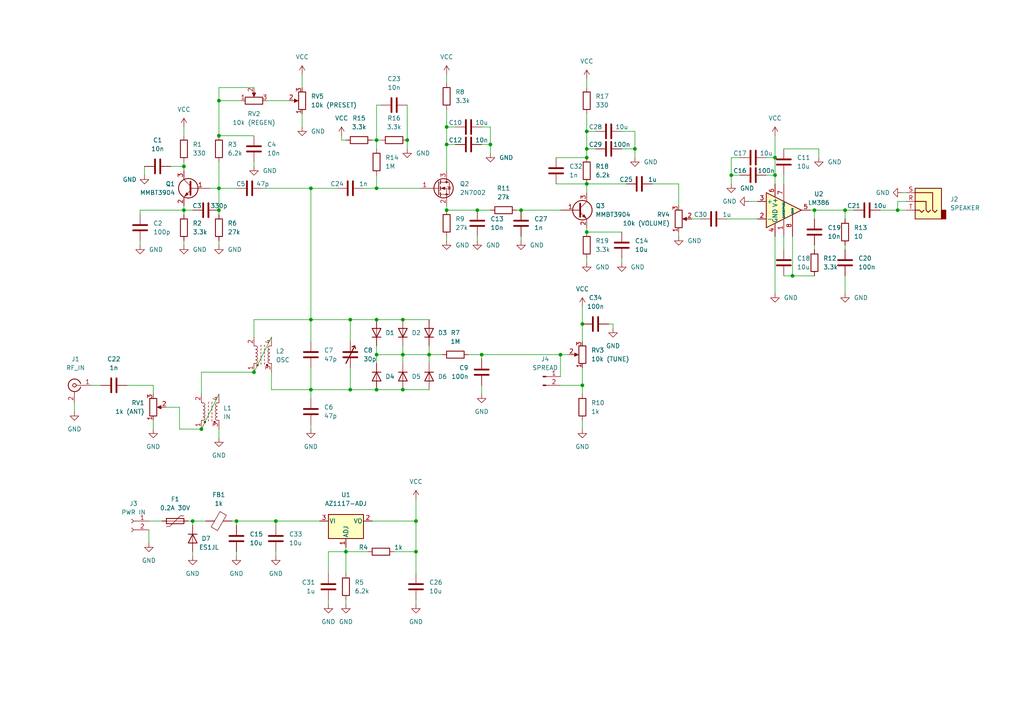
<source format=kicad_sch>
(kicad_sch (version 20211123) (generator eeschema)
  (paper "A4")
  (title_block (title "WBR Receiver") (date "2022-01-04"))
  (lib_symbols
    (symbol "Amplifier_Audio:LM386" (pin_names (offset 0.127))
      (property "Reference" "U" (at 1.27 7.62 0))
      (property "Value" "LM386" (at 1.27 5.08 0))
      (symbol "LM386_0_1"
        (polyline (pts (xy 5.08 0) (xy -5.08 5.08) (xy -5.08 -5.08) (xy 5.08 0)) (stroke (width 0.254)) (fill (type background)))
      )
      (symbol "LM386_1_1"
        (pin input line (at 0 -7.62 90) (length 5.08) (name "GAIN") (number "1"))
        (pin input line (at -7.62 -2.54 0) (length 2.54) (name "-") (number "2"))
        (pin input line (at -7.62 2.54 0) (length 2.54) (name "+") (number "3"))
        (pin power_in line (at -2.54 -7.62 90) (length 3.81) (name "GND") (number "4"))
        (pin output line (at 7.62 0 180) (length 2.54) (name "~") (number "5"))
        (pin power_in line (at -2.54 7.62 270) (length 3.81) (name "V+") (number "6"))
        (pin input line (at 0 7.62 270) (length 5.08) (name "BYPASS") (number "7"))
        (pin input line (at 2.54 -7.62 90) (length 6.35) (name "GAIN") (number "8"))
      )
    )
    (symbol "Connector:AudioJack3"
      (property "Reference" "J" (at 0 8.89 0))
      (property "Value" "AudioJack3" (at 0 6.35 0))
      (symbol "AudioJack3_0_1"
        (rectangle (start -5.08 -5.08) (end -6.35 -2.54) (stroke (width 0.254)) (fill (type outline)))
        (polyline (pts (xy 0 -2.54) (xy 0.635 -3.175) (xy 1.27 -2.54) (xy 2.54 -2.54)) (stroke (width 0.254)))
        (polyline (pts (xy -1.905 -2.54) (xy -1.27 -3.175) (xy -0.635 -2.54) (xy -0.635 0) (xy 2.54 0)) (stroke (width 0.254)))
        (polyline (pts (xy 2.54 2.54) (xy -2.54 2.54) (xy -2.54 -2.54) (xy -3.175 -3.175) (xy -3.81 -2.54)) (stroke (width 0.254)))
        (rectangle (start 2.54 3.81) (end -5.08 -5.08) (stroke (width 0.254)) (fill (type background)))
      )
      (symbol "AudioJack3_1_1"
        (pin passive line (at 5.08 0 180) (length 2.54) (name "~") (number "R"))
        (pin passive line (at 5.08 2.54 180) (length 2.54) (name "~") (number "S"))
        (pin passive line (at 5.08 -2.54 180) (length 2.54) (name "~") (number "T"))
      )
    )
    (symbol "Connector:Conn_01x02_Female" (pin_names (offset 1.016) hide)
      (property "Reference" "J" (at 0 2.54 0))
      (property "Value" "Conn_01x02_Female" (at 0 -5.08 0))
      (symbol "Conn_01x02_Female_1_1"
        (arc (start 0 -2.032) (mid -0.508 -2.54) (end 0 -3.048) (stroke (width 0.1524)))
        (polyline (pts (xy -1.27 -2.54) (xy -0.508 -2.54)) (stroke (width 0.1524)))
        (polyline (pts (xy -1.27 0) (xy -0.508 0)) (stroke (width 0.1524)))
        (arc (start 0 0.508) (mid -0.508 0) (end 0 -0.508) (stroke (width 0.1524)))
        (pin passive line (at -5.08 0 0) (length 3.81) (name "Pin_1") (number "1"))
        (pin passive line (at -5.08 -2.54 0) (length 3.81) (name "Pin_2") (number "2"))
      )
    )
    (symbol "Connector:Conn_01x02_Male" (pin_names (offset 1.016) hide)
      (property "Reference" "J" (at 0 2.54 0))
      (property "Value" "Conn_01x02_Male" (at 0 -5.08 0))
      (symbol "Conn_01x02_Male_1_1"
        (polyline (pts (xy 1.27 -2.54) (xy 0.8636 -2.54)) (stroke (width 0.1524)))
        (polyline (pts (xy 1.27 0) (xy 0.8636 0)) (stroke (width 0.1524)))
        (rectangle (start 0.8636 -2.413) (end 0 -2.667) (stroke (width 0.1524)) (fill (type outline)))
        (rectangle (start 0.8636 0.127) (end 0 -0.127) (stroke (width 0.1524)) (fill (type outline)))
        (pin passive line (at 5.08 0 180) (length 3.81) (name "Pin_1") (number "1"))
        (pin passive line (at 5.08 -2.54 180) (length 3.81) (name "Pin_2") (number "2"))
      )
    )
    (symbol "Connector:Conn_Coaxial" (pin_names (offset 1.016) hide)
      (property "Reference" "J" (at 0.254 3.048 0))
      (property "Value" "Conn_Coaxial" (at 2.921 0 90))
      (symbol "Conn_Coaxial_0_1"
        (arc (start -1.778 -0.508) (mid 0.222 -1.808) (end 1.778 0) (stroke (width 0.254)))
        (polyline (pts (xy -2.54 0) (xy -0.508 0)))
        (polyline (pts (xy 0 -2.54) (xy 0 -1.778)))
        (circle (center 0 0) (radius 0.508) (stroke (width 0.2032)))
        (arc (start 1.778 0) (mid 0.222 1.8083) (end -1.778 0.508) (stroke (width 0.254)))
      )
      (symbol "Conn_Coaxial_1_1"
        (pin passive line (at -5.08 0 0) (length 2.54) (name "In") (number "1"))
        (pin passive line (at 0 -5.08 90) (length 2.54) (name "Ext") (number "2"))
      )
    )
    (symbol "Device:C" (pin_numbers hide) (pin_names (offset 0.254))
      (property "Reference" "C" (at 0.635 2.54 0))
      (property "Value" "C" (at 0.635 -2.54 0))
      (symbol "C_0_1"
        (polyline (pts (xy -2.032 -0.762) (xy 2.032 -0.762)) (stroke (width 0.508)))
        (polyline (pts (xy -2.032 0.762) (xy 2.032 0.762)) (stroke (width 0.508)))
      )
      (symbol "C_1_1"
        (pin passive line (at 0 3.81 270) (length 2.794) (name "~") (number "1"))
        (pin passive line (at 0 -3.81 90) (length 2.794) (name "~") (number "2"))
      )
    )
    (symbol "Device:C_Variable" (pin_numbers hide) (pin_names (offset 0.254) hide)
      (property "Reference" "C" (at 0.635 -1.905 0))
      (property "Value" "C_Variable" (at 0.635 -3.81 0))
      (symbol "C_Variable_0_1"
        (polyline (pts (xy -2.032 -0.762) (xy 2.032 -0.762)) (stroke (width 0.508)))
        (polyline (pts (xy -2.032 0.762) (xy 2.032 0.762)) (stroke (width 0.508)))
        (polyline (pts (xy 1.27 2.54) (xy -1.27 -2.54)) (stroke (width 0.3048)))
        (polyline (pts (xy 1.27 2.54) (xy 0.508 2.286)) (stroke (width 0.3048)))
        (polyline (pts (xy 1.27 2.54) (xy 1.524 1.778)) (stroke (width 0.3048)))
      )
      (symbol "C_Variable_1_1"
        (pin passive line (at 0 3.81 270) (length 3.048) (name "~") (number "1"))
        (pin passive line (at 0 -3.81 90) (length 3.048) (name "~") (number "2"))
      )
    )
    (symbol "Device:FerriteBead" (pin_numbers hide) (pin_names (offset 0))
      (property "Reference" "FB" (at -3.81 0.635 90))
      (property "Value" "FerriteBead" (at 3.81 0 90))
      (symbol "FerriteBead_0_1"
        (polyline (pts (xy 0 -1.27) (xy 0 -1.2192)))
        (polyline (pts (xy 0 1.27) (xy 0 1.2954)))
        (polyline (pts (xy -2.7686 0.4064) (xy -1.7018 2.2606) (xy 2.7686 -0.3048) (xy 1.6764 -2.159) (xy -2.7686 0.4064)))
      )
      (symbol "FerriteBead_1_1"
        (pin passive line (at 0 3.81 270) (length 2.54) (name "~") (number "1"))
        (pin passive line (at 0 -3.81 90) (length 2.54) (name "~") (number "2"))
      )
    )
    (symbol "Device:L_Ferrite_Coupled" (pin_names (offset 0.254) hide)
      (property "Reference" "L" (at 0 4.445 0))
      (property "Value" "L_Ferrite_Coupled" (at 0 -4.445 0))
      (symbol "L_Ferrite_Coupled_0_1"
        (circle (center -3.048 -1.27) (radius 0.254) (fill (type outline)))
        (circle (center -3.048 1.524) (radius 0.254) (fill (type outline)))
        (arc (start -2.54 2.032) (mid -2.032 1.524) (end -1.524 2.032))
        (arc (start -1.524 -2.032) (mid -2.032 -1.524) (end -2.54 -2.032))
        (arc (start -1.524 2.032) (mid -1.016 1.524) (end -0.508 2.032))
        (arc (start -0.508 -2.032) (mid -1.016 -1.524) (end -1.524 -2.032))
        (arc (start -0.508 2.032) (mid 0 1.524) (end 0.508 2.032))
        (polyline (pts (xy -2.794 -0.508) (xy -2.286 -0.508)))
        (polyline (pts (xy -2.794 0.508) (xy -2.286 0.508)))
        (polyline (pts (xy -2.54 -2.032) (xy -2.54 -2.54)))
        (polyline (pts (xy -2.54 2.032) (xy -2.54 2.54)))
        (polyline (pts (xy -1.778 -0.508) (xy -1.27 -0.508)))
        (polyline (pts (xy -1.778 0.508) (xy -1.27 0.508)))
        (polyline (pts (xy -0.762 -0.508) (xy -0.254 -0.508)))
        (polyline (pts (xy -0.762 0.508) (xy -0.254 0.508)))
        (polyline (pts (xy 0.254 -0.508) (xy 0.762 -0.508)))
        (polyline (pts (xy 0.254 0.508) (xy 0.762 0.508)))
        (polyline (pts (xy 1.27 -0.508) (xy 1.778 -0.508)))
        (polyline (pts (xy 1.27 0.508) (xy 1.778 0.508)))
        (polyline (pts (xy 2.286 -0.508) (xy 2.794 -0.508)))
        (polyline (pts (xy 2.286 0.508) (xy 2.794 0.508)))
        (polyline (pts (xy 2.54 -2.032) (xy 2.54 -2.54)))
        (polyline (pts (xy 2.54 2.54) (xy 2.54 2.032)))
        (arc (start 0.508 -2.032) (mid 0 -1.524) (end -0.508 -2.032))
        (arc (start 0.508 2.032) (mid 1.016 1.524) (end 1.524 2.032))
        (arc (start 1.524 -2.032) (mid 1.016 -1.524) (end 0.508 -2.032))
        (arc (start 1.524 2.032) (mid 2.032 1.524) (end 2.54 2.032))
        (arc (start 2.54 -2.032) (mid 2.032 -1.524) (end 1.524 -2.032))
      )
      (symbol "L_Ferrite_Coupled_1_1"
        (pin passive line (at -5.08 2.54 0) (length 2.54) (name "1") (number "1"))
        (pin passive line (at 5.08 2.54 180) (length 2.54) (name "2") (number "2"))
        (pin passive line (at -5.08 -2.54 0) (length 2.54) (name "3") (number "3"))
        (pin passive line (at 5.08 -2.54 180) (length 2.54) (name "4") (number "4"))
      )
    )
    (symbol "Device:Polyfuse" (pin_numbers hide) (pin_names (offset 0))
      (property "Reference" "F" (at -2.54 0 90))
      (property "Value" "Polyfuse" (at 2.54 0 90))
      (symbol "Polyfuse_0_1"
        (rectangle (start -0.762 2.54) (end 0.762 -2.54) (stroke (width 0.254)))
        (polyline (pts (xy 0 2.54) (xy 0 -2.54)))
        (polyline (pts (xy -1.524 2.54) (xy -1.524 1.524) (xy 1.524 -1.524) (xy 1.524 -2.54)))
      )
      (symbol "Polyfuse_1_1"
        (pin passive line (at 0 3.81 270) (length 1.27) (name "~") (number "1"))
        (pin passive line (at 0 -3.81 90) (length 1.27) (name "~") (number "2"))
      )
    )
    (symbol "Device:R" (pin_numbers hide) (pin_names (offset 0))
      (property "Reference" "R" (at 2.032 0 90))
      (property "Value" "R" (at 0 0 90))
      (symbol "R_0_1"
        (rectangle (start -1.016 -2.54) (end 1.016 2.54) (stroke (width 0.254)))
      )
      (symbol "R_1_1"
        (pin passive line (at 0 3.81 270) (length 1.27) (name "~") (number "1"))
        (pin passive line (at 0 -3.81 90) (length 1.27) (name "~") (number "2"))
      )
    )
    (symbol "Device:R_Potentiometer" (pin_names (offset 1.016) hide)
      (property "Reference" "RV" (at -4.445 0 90))
      (property "Value" "R_Potentiometer" (at -2.54 0 90))
      (symbol "R_Potentiometer_0_1"
        (polyline (pts (xy 2.54 0) (xy 1.524 0)))
        (polyline (pts (xy 1.143 0) (xy 2.286 0.508) (xy 2.286 -0.508) (xy 1.143 0)) (fill (type outline)))
        (rectangle (start 1.016 2.54) (end -1.016 -2.54) (stroke (width 0.254)))
      )
      (symbol "R_Potentiometer_1_1"
        (pin passive line (at 0 3.81 270) (length 1.27) (name "1") (number "1"))
        (pin passive line (at 3.81 0 180) (length 1.27) (name "2") (number "2"))
        (pin passive line (at 0 -3.81 90) (length 1.27) (name "3") (number "3"))
      )
    )
    (symbol "Diode:1N4007" (pin_numbers hide) (pin_names (offset 1.016) hide)
      (property "Reference" "D" (at 0 2.54 0))
      (property "Value" "1N4007" (at 0 -2.54 0))
      (symbol "1N4007_0_1"
        (polyline (pts (xy -1.27 1.27) (xy -1.27 -1.27)) (stroke (width 0.254)))
        (polyline (pts (xy 1.27 0) (xy -1.27 0)))
        (polyline (pts (xy 1.27 1.27) (xy 1.27 -1.27) (xy -1.27 0) (xy 1.27 1.27)) (stroke (width 0.254)))
      )
      (symbol "1N4007_1_1"
        (pin passive line (at -3.81 0 0) (length 2.54) (name "K") (number "1"))
        (pin passive line (at 3.81 0 180) (length 2.54) (name "A") (number "2"))
      )
    )
    (symbol "Regulator_Linear:AZ1117-ADJ" (pin_names (offset 0.254))
      (property "Reference" "U" (at -3.81 3.175 0))
      (property "Value" "AZ1117-ADJ" (at 0 3.175 0))
      (symbol "AZ1117-ADJ_0_1"
        (rectangle (start -5.08 1.905) (end 5.08 -5.08) (stroke (width 0.254)) (fill (type background)))
      )
      (symbol "AZ1117-ADJ_1_1"
        (pin input line (at 0 -7.62 90) (length 2.54) (name "ADJ") (number "1"))
        (pin power_out line (at 7.62 0 180) (length 2.54) (name "VO") (number "2"))
        (pin power_in line (at -7.62 0 0) (length 2.54) (name "VI") (number "3"))
      )
    )
    (symbol "Transistor_BJT:MMBT3904" (pin_names (offset 0) hide)
      (property "Reference" "Q" (at 5.08 1.905 0))
      (property "Value" "MMBT3904" (at 5.08 0 0))
      (symbol "MMBT3904_0_1"
        (polyline (pts (xy 0.635 0.635) (xy 2.54 2.54)))
        (polyline (pts (xy 0.635 -0.635) (xy 2.54 -2.54) (xy 2.54 -2.54)))
        (polyline (pts (xy 0.635 1.905) (xy 0.635 -1.905) (xy 0.635 -1.905)) (stroke (width 0.508)))
        (polyline (pts (xy 1.27 -1.778) (xy 1.778 -1.27) (xy 2.286 -2.286) (xy 1.27 -1.778) (xy 1.27 -1.778)) (fill (type outline)))
        (circle (center 1.27 0) (radius 2.8194) (stroke (width 0.254)))
      )
      (symbol "MMBT3904_1_1"
        (pin input line (at -5.08 0 0) (length 5.715) (name "B") (number "1"))
        (pin passive line (at 2.54 -5.08 90) (length 2.54) (name "E") (number "2"))
        (pin passive line (at 2.54 5.08 270) (length 2.54) (name "C") (number "3"))
      )
    )
    (symbol "Transistor_FET:2N7002" (pin_names hide)
      (property "Reference" "Q" (at 5.08 1.905 0))
      (property "Value" "2N7002" (at 5.08 0 0))
      (symbol "2N7002_0_1"
        (polyline (pts (xy 0.254 0) (xy -2.54 0)))
        (polyline (pts (xy 0.254 1.905) (xy 0.254 -1.905)) (stroke (width 0.254)))
        (polyline (pts (xy 0.762 -1.27) (xy 0.762 -2.286)) (stroke (width 0.254)))
        (polyline (pts (xy 0.762 0.508) (xy 0.762 -0.508)) (stroke (width 0.254)))
        (polyline (pts (xy 0.762 2.286) (xy 0.762 1.27)) (stroke (width 0.254)))
        (polyline (pts (xy 2.54 2.54) (xy 2.54 1.778)))
        (polyline (pts (xy 2.54 -2.54) (xy 2.54 0) (xy 0.762 0)))
        (polyline (pts (xy 0.762 -1.778) (xy 3.302 -1.778) (xy 3.302 1.778) (xy 0.762 1.778)))
        (polyline (pts (xy 1.016 0) (xy 2.032 0.381) (xy 2.032 -0.381) (xy 1.016 0)) (fill (type outline)))
        (polyline (pts (xy 2.794 0.508) (xy 2.921 0.381) (xy 3.683 0.381) (xy 3.81 0.254)))
        (polyline (pts (xy 3.302 0.381) (xy 2.921 -0.254) (xy 3.683 -0.254) (xy 3.302 0.381)))
        (circle (center 1.651 0) (radius 2.794) (stroke (width 0.254)))
        (circle (center 2.54 -1.778) (radius 0.254) (fill (type outline)))
        (circle (center 2.54 1.778) (radius 0.254) (fill (type outline)))
      )
      (symbol "2N7002_1_1"
        (pin input line (at -5.08 0 0) (length 2.54) (name "G") (number "1"))
        (pin passive line (at 2.54 -5.08 90) (length 2.54) (name "S") (number "2"))
        (pin passive line (at 2.54 5.08 270) (length 2.54) (name "D") (number "3"))
      )
    )
    (symbol "power:GND" (power) (pin_names (offset 0))
      (property "Value" "GND" (at 0 -3.81 0))
      (symbol "GND_0_1"
        (polyline (pts (xy 0 0) (xy 0 -1.27) (xy 1.27 -1.27) (xy 0 -2.54) (xy -1.27 -1.27) (xy 0 -1.27)))
      )
      (symbol "GND_1_1"
        (pin power_in line (at 0 0 270) (length 0) hide (name "GND") (number "1"))
      )
    )
    (symbol "power:VCC" (power) (pin_names (offset 0))
      (property "Value" "VCC" (at 0 3.81 0))
      (symbol "VCC_0_1"
        (polyline (pts (xy -0.762 1.27) (xy 0 2.54)))
        (polyline (pts (xy 0 0) (xy 0 2.54)))
        (polyline (pts (xy 0 2.54) (xy 0.762 1.27)))
      )
      (symbol "VCC_1_1"
        (pin power_in line (at 0 0 90) (length 0) hide (name "VCC") (number "1"))
      )
    )
  )
  (junction (at 63.5 39.37))
  (junction (at 170.18 67.31))
  (junction (at 58.42 124.46))
  (junction (at 90.17 54.61))
  (junction (at 80.01 151.13))
  (junction (at 162.56 102.87))
  (junction (at 224.79 45.72))
  (junction (at 236.22 60.96))
  (junction (at 260.35 60.96))
  (junction (at 90.17 92.71))
  (junction (at 109.22 54.61))
  (junction (at 109.22 113.03))
  (junction (at 63.5 54.61))
  (junction (at 116.84 113.03))
  (junction (at 63.5 60.96))
  (junction (at 168.91 93.98))
  (junction (at 116.84 92.71))
  (junction (at 139.7 102.87))
  (junction (at 109.22 102.87))
  (junction (at 229.87 80.01))
  (junction (at 129.54 60.96))
  (junction (at 224.79 50.8))
  (junction (at 129.54 36.83))
  (junction (at 170.18 43.18))
  (junction (at 101.6 113.03))
  (junction (at 138.43 60.96))
  (junction (at 100.33 160.02))
  (junction (at 124.46 102.87))
  (junction (at 116.84 102.87))
  (junction (at 212.09 50.8))
  (junction (at 101.6 92.71))
  (junction (at 63.5 29.21))
  (junction (at 120.65 151.13))
  (junction (at 120.65 160.02))
  (junction (at 53.34 48.26))
  (junction (at 168.91 111.76))
  (junction (at 109.22 40.64))
  (junction (at 90.17 113.03))
  (junction (at 170.18 38.1))
  (junction (at 129.54 41.91))
  (junction (at 55.88 151.13))
  (junction (at 170.18 45.72))
  (junction (at 142.24 41.91))
  (junction (at 245.11 60.96))
  (junction (at 151.13 60.96))
  (junction (at 73.66 107.95))
  (junction (at 68.58 151.13))
  (junction (at 170.18 53.34))
  (junction (at 53.34 60.96))
  (junction (at 118.11 40.64))
  (junction (at 109.22 92.71))
  (junction (at 184.15 43.18))
  (wire (pts (xy 120.65 151.13) (xy 120.65 160.02)))
  (wire (pts (xy 129.54 36.83) (xy 129.54 41.91)))
  (wire (pts (xy 109.22 102.87) (xy 109.22 105.41)))
  (wire (pts (xy 43.18 153.67) (xy 43.18 157.48)))
  (wire (pts (xy 129.54 60.96) (xy 138.43 60.96)))
  (wire (pts (xy 101.6 92.71) (xy 109.22 92.71)))
  (wire (pts (xy 149.86 60.96) (xy 151.13 60.96)))
  (wire (pts (xy 237.49 43.18) (xy 237.49 45.72)))
  (wire (pts (xy 170.18 22.86) (xy 170.18 25.4)))
  (wire (pts (xy 109.22 92.71) (xy 116.84 92.71)))
  (wire (pts (xy 36.83 111.76) (xy 44.45 111.76)))
  (wire (pts (xy 196.85 53.34) (xy 189.23 53.34)))
  (wire (pts (xy 260.35 60.96) (xy 262.89 60.96)))
  (wire (pts (xy 124.46 102.87) (xy 124.46 105.41)))
  (wire (pts (xy 161.29 45.72) (xy 170.18 45.72)))
  (wire (pts (xy 109.22 40.64) (xy 109.22 43.18)))
  (wire (pts (xy 100.33 173.99) (xy 100.33 175.26)))
  (wire (pts (xy 180.34 38.1) (xy 184.15 38.1)))
  (wire (pts (xy 217.17 58.42) (xy 219.71 58.42)))
  (wire (pts (xy 53.34 60.96) (xy 53.34 62.23)))
  (wire (pts (xy 73.66 46.99) (xy 73.66 48.26)))
  (wire (pts (xy 210.82 63.5) (xy 219.71 63.5)))
  (wire (pts (xy 245.11 63.5) (xy 245.11 60.96)))
  (wire (pts (xy 63.5 46.99) (xy 63.5 54.61)))
  (wire (pts (xy 44.45 121.92) (xy 44.45 124.46)))
  (wire (pts (xy 170.18 43.18) (xy 170.18 45.72)))
  (wire (pts (xy 142.24 44.45) (xy 142.24 41.91)))
  (wire (pts (xy 214.63 50.8) (xy 212.09 50.8)))
  (wire (pts (xy 168.91 88.9) (xy 168.91 93.98)))
  (wire (pts (xy 73.66 25.4) (xy 63.5 25.4)))
  (wire (pts (xy 53.34 36.83) (xy 53.34 39.37)))
  (wire (pts (xy 129.54 41.91) (xy 129.54 49.53)))
  (wire (pts (xy 227.33 43.18) (xy 237.49 43.18)))
  (wire (pts (xy 212.09 50.8) (xy 212.09 45.72)))
  (wire (pts (xy 222.25 50.8) (xy 224.79 50.8)))
  (wire (pts (xy 170.18 53.34) (xy 170.18 55.88)))
  (wire (pts (xy 212.09 50.8) (xy 212.09 53.34)))
  (wire (pts (xy 138.43 68.58) (xy 138.43 69.85)))
  (wire (pts (xy 120.65 173.99) (xy 120.65 175.26)))
  (wire (pts (xy 68.58 151.13) (xy 68.58 152.4)))
  (wire (pts (xy 120.65 151.13) (xy 120.65 144.78)))
  (wire (pts (xy 67.31 151.13) (xy 68.58 151.13)))
  (wire (pts (xy 63.5 69.85) (xy 63.5 71.12)))
  (wire (pts (xy 63.5 60.96) (xy 63.5 62.23)))
  (wire (pts (xy 129.54 21.59) (xy 129.54 24.13)))
  (wire (pts (xy 168.91 93.98) (xy 168.91 99.06)))
  (wire (pts (xy 109.22 54.61) (xy 121.92 54.61)))
  (wire (pts (xy 80.01 160.02) (xy 80.01 161.29)))
  (wire (pts (xy 77.47 29.21) (xy 83.82 29.21)))
  (wire (pts (xy 100.33 158.75) (xy 100.33 160.02)))
  (wire (pts (xy 43.18 151.13) (xy 46.99 151.13)))
  (wire (pts (xy 212.09 45.72) (xy 214.63 45.72)))
  (wire (pts (xy 196.85 59.69) (xy 196.85 53.34)))
  (wire (pts (xy 245.11 60.96) (xy 247.65 60.96)))
  (wire (pts (xy 151.13 68.58) (xy 151.13 69.85)))
  (wire (pts (xy 109.22 40.64) (xy 110.49 40.64)))
  (wire (pts (xy 60.96 54.61) (xy 63.5 54.61)))
  (wire (pts (xy 162.56 111.76) (xy 168.91 111.76)))
  (wire (pts (xy 139.7 102.87) (xy 139.7 104.14)))
  (wire (pts (xy 142.24 36.83) (xy 142.24 41.91)))
  (wire (pts (xy 124.46 102.87) (xy 128.27 102.87)))
  (wire (pts (xy 224.79 45.72) (xy 224.79 50.8)))
  (wire (pts (xy 63.5 54.61) (xy 68.58 54.61)))
  (wire (pts (xy 68.58 160.02) (xy 68.58 161.29)))
  (wire (pts (xy 90.17 123.19) (xy 90.17 124.46)))
  (wire (pts (xy 129.54 31.75) (xy 129.54 36.83)))
  (wire (pts (xy 116.84 113.03) (xy 124.46 113.03)))
  (wire (pts (xy 162.56 102.87) (xy 162.56 109.22)))
  (wire (pts (xy 170.18 53.34) (xy 181.61 53.34)))
  (wire (pts (xy 76.2 54.61) (xy 90.17 54.61)))
  (wire (pts (xy 48.26 118.11) (xy 52.07 118.11)))
  (wire (pts (xy 78.74 113.03) (xy 78.74 107.95)))
  (wire (pts (xy 229.87 68.58) (xy 229.87 80.01)))
  (wire (pts (xy 177.8 93.98) (xy 177.8 95.25)))
  (wire (pts (xy 101.6 99.06) (xy 101.6 92.71)))
  (wire (pts (xy 227.33 68.58) (xy 227.33 72.39)))
  (wire (pts (xy 41.91 50.8) (xy 41.91 48.26)))
  (wire (pts (xy 170.18 67.31) (xy 180.34 67.31)))
  (wire (pts (xy 135.89 102.87) (xy 139.7 102.87)))
  (wire (pts (xy 95.25 173.99) (xy 95.25 175.26)))
  (wire (pts (xy 139.7 102.87) (xy 162.56 102.87)))
  (wire (pts (xy 168.91 106.68) (xy 168.91 111.76)))
  (wire (pts (xy 255.27 60.96) (xy 260.35 60.96)))
  (wire (pts (xy 109.22 50.8) (xy 109.22 54.61)))
  (wire (pts (xy 142.24 41.91) (xy 139.7 41.91)))
  (wire (pts (xy 58.42 107.95) (xy 73.66 107.95)))
  (wire (pts (xy 245.11 80.01) (xy 245.11 85.09)))
  (wire (pts (xy 63.5 29.21) (xy 63.5 39.37)))
  (wire (pts (xy 262.89 58.42) (xy 260.35 58.42)))
  (wire (pts (xy 100.33 160.02) (xy 100.33 166.37)))
  (wire (pts (xy 116.84 100.33) (xy 116.84 102.87)))
  (wire (pts (xy 63.5 54.61) (xy 63.5 60.96)))
  (wire (pts (xy 80.01 152.4) (xy 80.01 151.13)))
  (wire (pts (xy 170.18 74.93) (xy 170.18 76.2)))
  (wire (pts (xy 170.18 66.04) (xy 170.18 67.31)))
  (wire (pts (xy 63.5 39.37) (xy 73.66 39.37)))
  (wire (pts (xy 129.54 41.91) (xy 132.08 41.91)))
  (wire (pts (xy 26.67 111.76) (xy 29.21 111.76)))
  (wire (pts (xy 118.11 40.64) (xy 118.11 43.18)))
  (wire (pts (xy 109.22 54.61) (xy 105.41 54.61)))
  (wire (pts (xy 162.56 102.87) (xy 165.1 102.87)))
  (wire (pts (xy 55.88 160.02) (xy 55.88 161.29)))
  (wire (pts (xy 138.43 60.96) (xy 142.24 60.96)))
  (wire (pts (xy 172.72 38.1) (xy 170.18 38.1)))
  (wire (pts (xy 224.79 50.8) (xy 224.79 53.34)))
  (wire (pts (xy 245.11 60.96) (xy 236.22 60.96)))
  (wire (pts (xy 80.01 151.13) (xy 68.58 151.13)))
  (wire (pts (xy 236.22 60.96) (xy 236.22 63.5)))
  (wire (pts (xy 124.46 100.33) (xy 124.46 102.87)))
  (wire (pts (xy 63.5 124.46) (xy 63.5 127)))
  (wire (pts (xy 168.91 111.76) (xy 168.91 114.3)))
  (wire (pts (xy 73.66 97.79) (xy 73.66 92.71)))
  (wire (pts (xy 116.84 102.87) (xy 116.84 105.41)))
  (wire (pts (xy 101.6 113.03) (xy 109.22 113.03)))
  (wire (pts (xy 90.17 92.71) (xy 90.17 99.06)))
  (wire (pts (xy 78.74 113.03) (xy 90.17 113.03)))
  (wire (pts (xy 53.34 46.99) (xy 53.34 48.26)))
  (wire (pts (xy 53.34 59.69) (xy 53.34 60.96)))
  (wire (pts (xy 80.01 151.13) (xy 92.71 151.13)))
  (wire (pts (xy 260.35 58.42) (xy 260.35 60.96)))
  (wire (pts (xy 224.79 39.37) (xy 224.79 45.72)))
  (wire (pts (xy 184.15 38.1) (xy 184.15 43.18)))
  (wire (pts (xy 229.87 80.01) (xy 227.33 80.01)))
  (wire (pts (xy 109.22 30.48) (xy 109.22 40.64)))
  (wire (pts (xy 109.22 102.87) (xy 116.84 102.87)))
  (wire (pts (xy 161.29 53.34) (xy 170.18 53.34)))
  (wire (pts (xy 261.62 55.88) (xy 262.89 55.88)))
  (wire (pts (xy 101.6 106.68) (xy 101.6 113.03)))
  (wire (pts (xy 55.88 151.13) (xy 59.69 151.13)))
  (wire (pts (xy 63.5 25.4) (xy 63.5 29.21)))
  (wire (pts (xy 53.34 69.85) (xy 53.34 71.12)))
  (wire (pts (xy 109.22 113.03) (xy 116.84 113.03)))
  (wire (pts (xy 172.72 43.18) (xy 170.18 43.18)))
  (wire (pts (xy 118.11 30.48) (xy 118.11 40.64)))
  (wire (pts (xy 95.25 166.37) (xy 95.25 160.02)))
  (wire (pts (xy 129.54 36.83) (xy 132.08 36.83)))
  (wire (pts (xy 21.59 116.84) (xy 21.59 119.38)))
  (wire (pts (xy 139.7 36.83) (xy 142.24 36.83)))
  (wire (pts (xy 90.17 54.61) (xy 90.17 92.71)))
  (wire (pts (xy 53.34 48.26) (xy 53.34 49.53)))
  (wire (pts (xy 90.17 113.03) (xy 90.17 115.57)))
  (wire (pts (xy 40.64 60.96) (xy 53.34 60.96)))
  (wire (pts (xy 52.07 118.11) (xy 52.07 124.46)))
  (wire (pts (xy 44.45 111.76) (xy 44.45 114.3)))
  (wire (pts (xy 52.07 124.46) (xy 58.42 124.46)))
  (wire (pts (xy 110.49 30.48) (xy 109.22 30.48)))
  (wire (pts (xy 78.74 97.79) (xy 73.66 107.95)))
  (wire (pts (xy 224.79 68.58) (xy 224.79 85.09)))
  (wire (pts (xy 196.85 67.31) (xy 196.85 68.58)))
  (wire (pts (xy 90.17 106.68) (xy 90.17 113.03)))
  (wire (pts (xy 236.22 71.12) (xy 236.22 72.39)))
  (wire (pts (xy 114.3 160.02) (xy 120.65 160.02)))
  (wire (pts (xy 200.66 63.5) (xy 203.2 63.5)))
  (wire (pts (xy 107.95 40.64) (xy 109.22 40.64)))
  (wire (pts (xy 87.63 33.02) (xy 87.63 36.83)))
  (wire (pts (xy 170.18 33.02) (xy 170.18 38.1)))
  (wire (pts (xy 184.15 45.72) (xy 184.15 43.18)))
  (wire (pts (xy 69.85 29.21) (xy 63.5 29.21)))
  (wire (pts (xy 180.34 74.93) (xy 180.34 76.2)))
  (wire (pts (xy 100.33 160.02) (xy 106.68 160.02)))
  (wire (pts (xy 107.95 151.13) (xy 120.65 151.13)))
  (wire (pts (xy 227.33 50.8) (xy 227.33 53.34)))
  (wire (pts (xy 168.91 121.92) (xy 168.91 124.46)))
  (wire (pts (xy 120.65 160.02) (xy 120.65 166.37)))
  (wire (pts (xy 95.25 160.02) (xy 100.33 160.02)))
  (wire (pts (xy 90.17 54.61) (xy 97.79 54.61)))
  (wire (pts (xy 54.61 151.13) (xy 55.88 151.13)))
  (wire (pts (xy 129.54 68.58) (xy 129.54 69.85)))
  (wire (pts (xy 40.64 69.85) (xy 40.64 71.12)))
  (wire (pts (xy 129.54 59.69) (xy 129.54 60.96)))
  (wire (pts (xy 229.87 80.01) (xy 236.22 80.01)))
  (wire (pts (xy 101.6 113.03) (xy 90.17 113.03)))
  (wire (pts (xy 170.18 38.1) (xy 170.18 43.18)))
  (wire (pts (xy 40.64 62.23) (xy 40.64 60.96)))
  (wire (pts (xy 222.25 45.72) (xy 224.79 45.72)))
  (wire (pts (xy 176.53 93.98) (xy 177.8 93.98)))
  (wire (pts (xy 109.22 100.33) (xy 109.22 102.87)))
  (wire (pts (xy 116.84 102.87) (xy 124.46 102.87)))
  (wire (pts (xy 99.06 40.64) (xy 100.33 40.64)))
  (wire (pts (xy 116.84 92.71) (xy 124.46 92.71)))
  (wire (pts (xy 55.88 151.13) (xy 55.88 152.4)))
  (wire (pts (xy 151.13 60.96) (xy 162.56 60.96)))
  (wire (pts (xy 245.11 71.12) (xy 245.11 72.39)))
  (wire (pts (xy 53.34 60.96) (xy 55.88 60.96)))
  (wire (pts (xy 99.06 39.37) (xy 99.06 40.64)))
  (wire (pts (xy 234.95 60.96) (xy 236.22 60.96)))
  (wire (pts (xy 101.6 92.71) (xy 90.17 92.71)))
  (wire (pts (xy 184.15 43.18) (xy 180.34 43.18)))
  (wire (pts (xy 73.66 92.71) (xy 90.17 92.71)))
  (wire (pts (xy 63.5 114.3) (xy 58.42 124.46)))
  (wire (pts (xy 49.53 48.26) (xy 53.34 48.26)))
  (wire (pts (xy 139.7 111.76) (xy 139.7 114.3)))
  (wire (pts (xy 58.42 114.3) (xy 58.42 107.95)))
  (wire (pts (xy 87.63 21.59) (xy 87.63 25.4)))
  (symbol (lib_id "Device:C") (at 236.22 67.31 180) (unit 1)
    (property "Reference" "C19" (at 240.03 66.0399 0) (effects (justify right)))
    (property "Value" "10n" (at 240.03 68.5799 0) (effects (justify right)))
    (property "Footprint" "Capacitor_SMD:C_0805_2012Metric" (effects hide))
  )
  (symbol (lib_id "Device:R") (at 146.05 60.96 270) (unit 1)
    (property "Reference" "R11" (at 146.05 54.61 90))
    (property "Value" "27k" (at 146.05 57.15 90))
    (property "Footprint" "Resistor_SMD:R_0805_2012Metric" (effects hide))
  )
  (symbol (lib_id "power:GND") (at 73.66 48.26 0) (unit 1)
    (property "Reference" "#PWR?" (effects hide))
    (property "Value" "GND" (at 76.2 49.5299 0) (effects (justify left)))
  )
  (symbol (lib_id "power:GND") (at 80.01 161.29 0) (unit 1)
    (property "Reference" "#PWR0124" (effects hide))
    (property "Value" "GND" (at 80.01 166.37 0))
  )
  (symbol (lib_id "Device:R") (at 110.49 160.02 270) (unit 1)
    (property "Reference" "R4" (at 105.41 158.75 90))
    (property "Value" "1k" (at 115.57 158.75 90))
    (property "Footprint" "Resistor_SMD:R_0805_2012Metric" (effects hide))
  )
  (symbol (lib_id "Device:C") (at 176.53 38.1 270) (mirror x) (unit 1)
    (property "Reference" "C28" (at 172.72 36.83 90))
    (property "Value" "10u" (at 180.34 36.83 90))
    (property "Footprint" "Capacitor_SMD:C_1206_3216Metric" (effects hide))
  )
  (symbol (lib_id "Connector:Conn_01x02_Male") (at 157.48 109.22 0) (unit 1)
    (property "Reference" "J4" (at 158.115 104.14 0))
    (property "Value" "SPREAD" (at 158.115 106.68 0))
    (property "Footprint" "Connector_PinHeader_2.54mm:PinHeader_1x02_P2.54mm_Vertical" (effects hide))
  )
  (symbol (lib_id "Diode:1N4007") (at 124.46 96.52 90) (unit 1)
    (property "Reference" "D3" (at 127 96.5199 90) (effects (justify right)))
    (property "Value" "ES1JL" (effects hide))
    (property "Footprint" "Diode_SMD:D_SOD-123" (effects hide))
    (property "Datasheet" "http://www.vishay.com/docs/88503/1n4001.pdf" (effects hide))
  )
  (symbol (lib_id "Device:C") (at 90.17 119.38 180) (unit 1)
    (property "Reference" "C6" (at 93.98 118.1099 0) (effects (justify right)))
    (property "Value" "47p" (at 93.98 120.6499 0) (effects (justify right)))
    (property "Footprint" "Capacitor_SMD:C_0805_2012Metric" (effects hide))
  )
  (symbol (lib_id "Diode:1N4007") (at 55.88 156.21 270) (unit 1)
    (property "Reference" "D7" (at 58.42 156.21 90) (effects (justify left)))
    (property "Value" "ES1JL" (at 63.5 158.75 90) (effects (justify right)))
    (property "Footprint" "Diode_SMD:D_SOD-123" (effects hide))
    (property "Datasheet" "http://www.vishay.com/docs/88503/1n4001.pdf" (effects hide))
  )
  (symbol (lib_id "Transistor_BJT:MMBT3904") (at 55.88 54.61 0) (mirror y) (unit 1)
    (property "Reference" "Q1" (at 50.8 53.3399 0) (effects (justify left)))
    (property "Value" "MMBT3904" (at 50.8 55.8799 0) (effects (justify left)))
    (property "Footprint" "Package_TO_SOT_SMD:SOT-23" (effects hide))
    (property "Datasheet" "https://www.onsemi.com/pub/Collateral/2N3903-D.PDF" (effects hide))
  )
  (symbol (lib_id "power:VCC") (at 224.79 39.37 0) (unit 1)
    (property "Reference" "#PWR0101" (effects hide))
    (property "Value" "VCC" (at 224.79 34.29 0))
  )
  (symbol (lib_id "Device:C_Variable") (at 101.6 102.87 0) (unit 1)
    (property "Reference" "C8" (at 105.41 101.5999 0) (effects (justify left)))
    (property "Value" "30p" (at 105.41 104.1399 0) (effects (justify left)))
    (property "Footprint" "kicad_lib_sunzx:TRIMMERCAP6-2" (effects hide))
  )
  (symbol (lib_id "Device:R_Potentiometer") (at 44.45 118.11 0) (mirror x) (unit 1)
    (property "Reference" "RV1" (at 41.91 116.8399 0) (effects (justify right)))
    (property "Value" "1k (ANT)" (at 41.91 119.3799 0) (effects (justify right)))
    (property "Footprint" "kicad_lib_sunzx:RK097-SINGLE" (effects hide))
  )
  (symbol (lib_id "power:GND") (at 177.8 95.25 0) (unit 1)
    (property "Reference" "#PWR0107" (effects hide))
    (property "Value" "GND" (at 177.8 100.33 0))
  )
  (symbol (lib_id "Device:R") (at 114.3 40.64 270) (unit 1)
    (property "Reference" "R16" (at 114.3 34.29 90))
    (property "Value" "3.3k" (at 114.3 36.83 90))
    (property "Footprint" "Resistor_SMD:R_0805_2012Metric" (effects hide))
  )
  (symbol (lib_id "Device:R") (at 100.33 170.18 180) (unit 1)
    (property "Reference" "R5" (at 102.87 168.9099 0) (effects (justify right)))
    (property "Value" "6.2k" (at 102.87 171.4499 0) (effects (justify right)))
    (property "Footprint" "Resistor_SMD:R_0805_2012Metric" (effects hide))
  )
  (symbol (lib_id "power:GND") (at 68.58 161.29 0) (unit 1)
    (property "Reference" "#PWR0125" (effects hide))
    (property "Value" "GND" (at 68.58 166.37 0))
  )
  (symbol (lib_id "power:GND") (at 138.43 69.85 0) (unit 1)
    (property "Reference" "#PWR0116" (effects hide))
    (property "Value" "GND" (at 140.97 71.1199 0) (effects (justify left)))
  )
  (symbol (lib_id "Device:C") (at 72.39 54.61 270) (mirror x) (unit 1)
    (property "Reference" "C5" (at 69.85 53.34 90))
    (property "Value" "47p" (at 76.2 53.34 90))
    (property "Footprint" "Capacitor_SMD:C_0805_2012Metric" (effects hide))
  )
  (symbol (lib_id "Device:R") (at 170.18 71.12 180) (unit 1)
    (property "Reference" "R19" (at 172.72 69.8499 0) (effects (justify right)))
    (property "Value" "3.3k" (at 172.72 72.3899 0) (effects (justify right)))
    (property "Footprint" "Resistor_SMD:R_0805_2012Metric" (effects hide))
  )
  (symbol (lib_id "Device:R") (at 63.5 43.18 180) (unit 1)
    (property "Reference" "R3" (at 66.04 41.9099 0) (effects (justify right)))
    (property "Value" "6.2k" (at 66.04 44.4499 0) (effects (justify right)))
    (property "Footprint" "Resistor_SMD:R_0805_2012Metric" (effects hide))
  )
  (symbol (lib_id "Device:C") (at 114.3 30.48 270) (unit 1)
    (property "Reference" "C23" (at 114.3 22.86 90))
    (property "Value" "10n" (at 114.3 25.4 90))
    (property "Footprint" "Capacitor_SMD:C_0805_2012Metric" (effects hide))
  )
  (symbol (lib_id "Transistor_FET:2N7002") (at 127 54.61 0) (unit 1)
    (property "Reference" "Q2" (at 133.35 53.3399 0) (effects (justify left)))
    (property "Value" "2N7002" (at 133.35 55.8799 0) (effects (justify left)))
    (property "Footprint" "Package_TO_SOT_SMD:SOT-23" (effects hide))
    (property "Datasheet" "https://www.onsemi.com/pub/Collateral/NDS7002A-D.PDF" (effects hide))
  )
  (symbol (lib_id "power:GND") (at 224.79 85.09 0) (unit 1)
    (property "Reference" "#PWR0114" (effects hide))
    (property "Value" "GND" (at 227.33 86.3599 0) (effects (justify left)))
  )
  (symbol (lib_id "power:GND") (at 55.88 161.29 0) (unit 1)
    (property "Reference" "#PWR0132" (effects hide))
    (property "Value" "GND" (at 55.88 166.37 0))
  )
  (symbol (lib_id "power:GND") (at 139.7 114.3 0) (unit 1)
    (property "Reference" "#PWR0108" (effects hide))
    (property "Value" "GND" (at 139.7 119.38 0))
  )
  (symbol (lib_id "power:GND") (at 100.33 175.26 0) (unit 1)
    (property "Reference" "#PWR0121" (effects hide))
    (property "Value" "GND" (at 100.33 180.34 0))
  )
  (symbol (lib_id "Device:C") (at 101.6 54.61 270) (mirror x) (unit 1)
    (property "Reference" "C24" (at 97.79 53.34 90))
    (property "Value" "1n" (at 105.41 53.34 90))
    (property "Footprint" "Capacitor_SMD:C_0805_2012Metric" (effects hide))
  )
  (symbol (lib_id "Device:C") (at 90.17 102.87 180) (unit 1)
    (property "Reference" "C7" (at 93.98 101.5999 0) (effects (justify right)))
    (property "Value" "47p" (at 93.98 104.1399 0) (effects (justify right)))
    (property "Footprint" "Capacitor_SMD:C_0805_2012Metric" (effects hide))
  )
  (symbol (lib_id "power:GND") (at 40.64 71.12 0) (unit 1)
    (property "Reference" "#PWR0136" (effects hide))
    (property "Value" "GND" (at 43.18 72.3899 0) (effects (justify left)))
  )
  (symbol (lib_id "Device:R") (at 170.18 49.53 180) (unit 1)
    (property "Reference" "R18" (at 172.72 48.2599 0) (effects (justify right)))
    (property "Value" "6.2k" (at 172.72 50.7999 0) (effects (justify right)))
    (property "Footprint" "Resistor_SMD:R_0805_2012Metric" (effects hide))
  )
  (symbol (lib_id "power:GND") (at 212.09 53.34 0) (unit 1)
    (property "Reference" "#PWR0103" (effects hide))
    (property "Value" "GND" (at 214.63 54.6099 0) (effects (justify left)))
  )
  (symbol (lib_id "Device:R_Potentiometer") (at 196.85 63.5 0) (mirror x) (unit 1)
    (property "Reference" "RV4" (at 194.31 62.2299 0) (effects (justify right)))
    (property "Value" "10k (VOLUME)" (at 194.31 64.7699 0) (effects (justify right)))
    (property "Footprint" "kicad_lib_sunzx:RK097-SINGLE" (effects hide))
  )
  (symbol (lib_id "power:GND") (at 245.11 85.09 0) (unit 1)
    (property "Reference" "#PWR0115" (effects hide))
    (property "Value" "GND" (at 247.65 86.3599 0) (effects (justify left)))
  )
  (symbol (lib_id "power:GND") (at 170.18 76.2 0) (unit 1)
    (property "Reference" "#PWR0109" (effects hide))
    (property "Value" "GND" (at 172.72 77.4699 0) (effects (justify left)))
  )
  (symbol (lib_id "Device:C") (at 176.53 43.18 270) (mirror x) (unit 1)
    (property "Reference" "C29" (at 172.72 41.91 90))
    (property "Value" "100n" (at 180.34 41.91 90))
    (property "Footprint" "Capacitor_SMD:C_0805_2012Metric" (effects hide))
  )
  (symbol (lib_id "power:GND") (at 53.34 71.12 0) (unit 1)
    (property "Reference" "#PWR0135" (effects hide))
    (property "Value" "GND" (at 55.88 72.3899 0) (effects (justify left)))
  )
  (symbol (lib_id "power:GND") (at 44.45 124.46 0) (unit 1)
    (property "Reference" "#PWR0131" (effects hide))
    (property "Value" "GND" (at 44.45 129.54 0))
  )
  (symbol (lib_id "Connector:Conn_Coaxial") (at 21.59 111.76 0) (mirror y) (unit 1)
    (property "Reference" "J1" (at 21.9074 104.14 0))
    (property "Value" "RF_IN" (at 21.9074 106.68 0))
    (property "Footprint" "kicad_lib_sunzx:SMA-EM1" (effects hide))
    (property "Datasheet" " ~" (effects hide))
  )
  (symbol (lib_id "Device:C") (at 135.89 41.91 270) (mirror x) (unit 1)
    (property "Reference" "C12" (at 132.08 40.64 90))
    (property "Value" "10n" (at 139.7 40.64 90))
    (property "Footprint" "Capacitor_SMD:C_0805_2012Metric" (effects hide))
  )
  (symbol (lib_id "Diode:1N4007") (at 124.46 109.22 270) (unit 1)
    (property "Reference" "D6" (at 127 109.2199 90) (effects (justify left)))
    (property "Value" "ES1JL" (effects hide))
    (property "Footprint" "Diode_SMD:D_SOD-123" (effects hide))
    (property "Datasheet" "http://www.vishay.com/docs/88503/1n4001.pdf" (effects hide))
  )
  (symbol (lib_id "Device:L_Ferrite_Coupled") (at 60.96 119.38 90) (unit 1)
    (property "Reference" "L1" (at 64.77 118.3639 90) (effects (justify right)))
    (property "Value" "IN" (at 64.77 120.9039 90) (effects (justify right)))
    (property "Footprint" "kicad_lib_sunzx:TOROID13-4" (effects hide))
  )
  (symbol (lib_id "Device:C") (at 138.43 64.77 180) (unit 1)
    (property "Reference" "C13" (at 142.24 63.4999 0) (effects (justify right)))
    (property "Value" "10n" (at 142.24 66.0399 0) (effects (justify right)))
    (property "Footprint" "Capacitor_SMD:C_0805_2012Metric" (effects hide))
  )
  (symbol (lib_id "Device:R") (at 63.5 66.04 180) (unit 1)
    (property "Reference" "R6" (at 66.04 64.7699 0) (effects (justify right)))
    (property "Value" "27k" (at 66.04 67.3099 0) (effects (justify right)))
    (property "Footprint" "Resistor_SMD:R_0805_2012Metric" (effects hide))
  )
  (symbol (lib_id "Device:R") (at 104.14 40.64 270) (unit 1)
    (property "Reference" "R15" (at 104.14 34.29 90))
    (property "Value" "3.3k" (at 104.14 36.83 90))
    (property "Footprint" "Resistor_SMD:R_0805_2012Metric" (effects hide))
  )
  (symbol (lib_id "Device:R_Potentiometer") (at 73.66 29.21 90) (unit 1)
    (property "Reference" "RV2" (at 73.66 33.02 90))
    (property "Value" "10k (REGEN)" (at 73.66 35.56 90))
    (property "Footprint" "kicad_lib_sunzx:RK097-SINGLE" (effects hide))
  )
  (symbol (lib_id "power:GND") (at 217.17 58.42 270) (unit 1)
    (property "Reference" "#PWR0104" (effects hide))
    (property "Value" "GND" (at 209.55 58.42 90) (effects (justify left)))
  )
  (symbol (lib_id "Connector:AudioJack3") (at 267.97 58.42 0) (mirror y) (unit 1)
    (property "Reference" "J2" (at 275.59 57.7849 0) (effects (justify right)))
    (property "Value" "SPEAKER" (at 275.59 60.3249 0) (effects (justify right)))
    (property "Footprint" "kicad_lib_sunzx:STEREO_PHONEJACK_5P" (effects hide))
  )
  (symbol (lib_id "power:GND") (at 168.91 124.46 0) (unit 1)
    (property "Reference" "#PWR0111" (effects hide))
    (property "Value" "GND" (at 168.91 129.54 0))
  )
  (symbol (lib_id "Device:C") (at 207.01 63.5 270) (mirror x) (unit 1)
    (property "Reference" "C30" (at 203.2 62.23 90))
    (property "Value" "1u" (at 210.82 62.23 90))
    (property "Footprint" "Capacitor_SMD:C_0805_2012Metric" (effects hide))
  )
  (symbol (lib_id "power:GND") (at 63.5 71.12 0) (unit 1)
    (property "Reference" "#PWR0127" (effects hide))
    (property "Value" "GND" (at 66.04 72.3899 0) (effects (justify left)))
  )
  (symbol (lib_id "power:GND") (at 151.13 69.85 0) (unit 1)
    (property "Reference" "#PWR0117" (effects hide))
    (property "Value" "GND" (at 153.67 71.1199 0) (effects (justify left)))
  )
  (symbol (lib_id "Device:R") (at 168.91 118.11 180) (unit 1)
    (property "Reference" "R10" (at 171.45 116.8399 0) (effects (justify right)))
    (property "Value" "1k" (at 171.45 119.3799 0) (effects (justify right)))
    (property "Footprint" "Resistor_SMD:R_0805_2012Metric" (effects hide))
  )
  (symbol (lib_id "Device:C") (at 68.58 156.21 180) (unit 1)
    (property "Reference" "C15" (at 72.39 154.9399 0) (effects (justify right)))
    (property "Value" "10u" (at 72.39 157.4799 0) (effects (justify right)))
    (property "Footprint" "Capacitor_SMD:C_1206_3216Metric" (effects hide))
  )
  (symbol (lib_id "Device:C") (at 139.7 107.95 0) (mirror x) (unit 1)
    (property "Reference" "C9" (at 135.89 106.6799 0) (effects (justify right)))
    (property "Value" "100n" (at 135.89 109.2199 0) (effects (justify right)))
    (property "Footprint" "Capacitor_SMD:C_0805_2012Metric" (effects hide))
  )
  (symbol (lib_id "power:VCC") (at 120.65 144.78 0) (unit 1)
    (property "Reference" "#PWR0126" (effects hide))
    (property "Value" "VCC" (at 120.65 139.7 0))
  )
  (symbol (lib_id "power:GND") (at 43.18 157.48 0) (unit 1)
    (property "Reference" "#PWR0129" (effects hide))
    (property "Value" "GND" (at 43.18 162.56 0))
  )
  (symbol (lib_id "Device:C") (at 245.11 76.2 180) (unit 1)
    (property "Reference" "C20" (at 248.92 74.9299 0) (effects (justify right)))
    (property "Value" "100n" (at 248.92 77.4699 0) (effects (justify right)))
    (property "Footprint" "Capacitor_SMD:C_0805_2012Metric" (effects hide))
  )
  (symbol (lib_id "power:GND") (at 63.5 127 0) (unit 1)
    (property "Reference" "#PWR0128" (effects hide))
    (property "Value" "GND" (at 63.5 132.08 0))
  )
  (symbol (lib_id "Device:C") (at 151.13 64.77 180) (unit 1)
    (property "Reference" "C27" (at 154.94 63.4999 0) (effects (justify right)))
    (property "Value" "1n" (at 154.94 66.0399 0) (effects (justify right)))
    (property "Footprint" "Capacitor_SMD:C_0805_2012Metric" (effects hide))
  )
  (symbol (lib_id "Regulator_Linear:AZ1117-ADJ") (at 100.33 151.13 0) (unit 1)
    (property "Reference" "U1" (at 100.33 143.51 0))
    (property "Value" "AZ1117-ADJ" (at 100.33 146.05 0))
    (property "Footprint" "Package_TO_SOT_SMD:SOT-223-3_TabPin2" (effects hide))
    (property "Datasheet" "https://www.diodes.com/assets/Datasheets/AZ1117.pdf" (effects hide))
  )
  (symbol (lib_id "Device:C") (at 218.44 45.72 270) (mirror x) (unit 1)
    (property "Reference" "C17" (at 214.63 44.45 90))
    (property "Value" "10u" (at 222.25 44.45 90))
    (property "Footprint" "Capacitor_SMD:C_1206_3216Metric" (effects hide))
  )
  (symbol (lib_id "Diode:1N4007") (at 109.22 109.22 270) (unit 1)
    (property "Reference" "D4" (at 111.76 109.2199 90) (effects (justify left)))
    (property "Value" "ES1JL" (effects hide))
    (property "Footprint" "Diode_SMD:D_SOD-123" (effects hide))
    (property "Datasheet" "http://www.vishay.com/docs/88503/1n4001.pdf" (effects hide))
  )
  (symbol (lib_id "power:GND") (at 41.91 50.8 0) (unit 1)
    (property "Reference" "#PWR0133" (effects hide))
    (property "Value" "GND" (at 35.56 52.07 0) (effects (justify left)))
  )
  (symbol (lib_id "Device:Polyfuse") (at 50.8 151.13 270) (unit 1)
    (property "Reference" "F1" (at 50.8 144.78 90))
    (property "Value" "0.2A 30V" (at 50.8 147.32 90))
    (property "Footprint" "Fuse:Fuse_0805_2012Metric" (effects hide))
  )
  (symbol (lib_id "power:GND") (at 196.85 68.58 0) (unit 1)
    (property "Reference" "#PWR0105" (effects hide))
    (property "Value" "GND" (at 199.39 69.8499 0) (effects (justify left)))
  )
  (symbol (lib_id "power:GND") (at 237.49 45.72 0) (unit 1)
    (property "Reference" "#PWR0112" (effects hide))
    (property "Value" "GND" (at 240.03 46.9899 0) (effects (justify left)))
  )
  (symbol (lib_id "Device:R") (at 245.11 67.31 180) (unit 1)
    (property "Reference" "R13" (at 247.65 66.0399 0) (effects (justify right)))
    (property "Value" "10" (at 247.65 68.5799 0) (effects (justify right)))
    (property "Footprint" "Resistor_SMD:R_0805_2012Metric" (effects hide))
  )
  (symbol (lib_id "Device:C") (at 227.33 46.99 180) (unit 1)
    (property "Reference" "C11" (at 231.14 45.7199 0) (effects (justify right)))
    (property "Value" "10u" (at 231.14 48.2599 0) (effects (justify right)))
    (property "Footprint" "Capacitor_SMD:C_1206_3216Metric" (effects hide))
  )
  (symbol (lib_id "Device:R") (at 129.54 27.94 180) (unit 1)
    (property "Reference" "R8" (at 132.08 26.6699 0) (effects (justify right)))
    (property "Value" "3.3k" (at 132.08 29.2099 0) (effects (justify right)))
    (property "Footprint" "Resistor_SMD:R_0805_2012Metric" (effects hide))
  )
  (symbol (lib_id "Device:C") (at 135.89 36.83 270) (mirror x) (unit 1)
    (property "Reference" "C10" (at 132.08 35.56 90))
    (property "Value" "10u" (at 139.7 35.56 90))
    (property "Footprint" "Capacitor_SMD:C_1206_3216Metric" (effects hide))
  )
  (symbol (lib_id "power:GND") (at 95.25 175.26 0) (unit 1)
    (property "Reference" "#PWR0122" (effects hide))
    (property "Value" "GND" (at 95.25 180.34 0))
  )
  (symbol (lib_id "power:VCC") (at 99.06 39.37 0) (unit 1)
    (property "Reference" "#PWR0141" (effects hide))
    (property "Value" "VCC" (at 99.06 34.29 0))
  )
  (symbol (lib_id "Device:R") (at 53.34 43.18 180) (unit 1)
    (property "Reference" "R1" (at 55.88 41.9099 0) (effects (justify right)))
    (property "Value" "330" (at 55.88 44.4499 0) (effects (justify right)))
    (property "Footprint" "Resistor_SMD:R_0805_2012Metric" (effects hide))
  )
  (symbol (lib_id "Device:C") (at 227.33 76.2 180) (unit 1)
    (property "Reference" "C18" (at 231.14 74.9299 0) (effects (justify right)))
    (property "Value" "10u" (at 231.14 77.4699 0) (effects (justify right)))
    (property "Footprint" "Capacitor_SMD:C_1206_3216Metric" (effects hide))
  )
  (symbol (lib_id "Device:R_Potentiometer") (at 87.63 29.21 180) (unit 1)
    (property "Reference" "RV5" (at 90.17 27.9399 0) (effects (justify right)))
    (property "Value" "10k (PRESET)" (at 90.17 30.4799 0) (effects (justify right)))
    (property "Footprint" "kicad_lib_sunzx:BOURNS-3362P_pot" (effects hide))
  )
  (symbol (lib_id "Device:C") (at 95.25 170.18 0) (mirror x) (unit 1)
    (property "Reference" "C31" (at 91.44 168.9099 0) (effects (justify right)))
    (property "Value" "1u" (at 91.44 171.4499 0) (effects (justify right)))
    (property "Footprint" "Capacitor_SMD:C_0805_2012Metric" (effects hide))
  )
  (symbol (lib_id "Device:R") (at 132.08 102.87 90) (unit 1)
    (property "Reference" "R7" (at 132.08 96.52 90))
    (property "Value" "1M" (at 132.08 99.06 90))
    (property "Footprint" "Resistor_SMD:R_0805_2012Metric" (effects hide))
  )
  (symbol (lib_id "Device:C") (at 80.01 156.21 180) (unit 1)
    (property "Reference" "C33" (at 83.82 154.9399 0) (effects (justify right)))
    (property "Value" "10u" (at 83.82 157.4799 0) (effects (justify right)))
    (property "Footprint" "Capacitor_SMD:C_1206_3216Metric" (effects hide))
  )
  (symbol (lib_id "Device:R") (at 236.22 76.2 180) (unit 1)
    (property "Reference" "R12" (at 238.76 74.9299 0) (effects (justify right)))
    (property "Value" "3.3k" (at 238.76 77.4699 0) (effects (justify right)))
    (property "Footprint" "Resistor_SMD:R_0805_2012Metric" (effects hide))
  )
  (symbol (lib_id "power:GND") (at 90.17 124.46 0) (unit 1)
    (property "Reference" "#PWR0120" (effects hide))
    (property "Value" "GND" (at 90.17 129.54 0))
  )
  (symbol (lib_id "Connector:Conn_01x02_Female") (at 38.1 151.13 0) (mirror y) (unit 1)
    (property "Reference" "J3" (at 38.735 146.05 0))
    (property "Value" "PWR IN" (at 38.735 148.59 0))
    (property "Footprint" "kicad_lib_sunzx:DB2ERC-3.5-2P" (effects hide))
  )
  (symbol (lib_id "power:VCC") (at 53.34 36.83 0) (unit 1)
    (property "Reference" "#PWR0134" (effects hide))
    (property "Value" "VCC" (at 53.34 31.75 0))
  )
  (symbol (lib_id "Device:C") (at 73.66 43.18 0) (unit 1)
    (property "Reference" "C4" (at 77.47 41.9099 0) (effects (justify left)))
    (property "Value" "10n" (at 77.47 44.4499 0) (effects (justify left)))
    (property "Footprint" "Capacitor_SMD:C_0805_2012Metric" (effects hide))
  )
  (symbol (lib_id "Device:R") (at 53.34 66.04 180) (unit 1)
    (property "Reference" "R2" (at 55.88 64.7699 0) (effects (justify right)))
    (property "Value" "3.3k" (at 55.88 67.3099 0) (effects (justify right)))
    (property "Footprint" "Resistor_SMD:R_0805_2012Metric" (effects hide))
  )
  (symbol (lib_id "power:GND") (at 21.59 119.38 0) (unit 1)
    (property "Reference" "#PWR0130" (effects hide))
    (property "Value" "GND" (at 21.59 124.46 0))
  )
  (symbol (lib_id "Device:C") (at 180.34 71.12 180) (unit 1)
    (property "Reference" "C14" (at 184.15 69.8499 0) (effects (justify right)))
    (property "Value" "10u" (at 184.15 72.3899 0) (effects (justify right)))
    (property "Footprint" "Capacitor_SMD:C_1206_3216Metric" (effects hide))
  )
  (symbol (lib_id "power:VCC") (at 87.63 21.59 0) (unit 1)
    (property "Reference" "#PWR0140" (effects hide))
    (property "Value" "VCC" (at 87.63 16.51 0))
  )
  (symbol (lib_id "Device:C") (at 251.46 60.96 270) (mirror x) (unit 1)
    (property "Reference" "C21" (at 247.65 59.69 90))
    (property "Value" "10u" (at 255.27 59.69 90))
    (property "Footprint" "Capacitor_SMD:C_1206_3216Metric" (effects hide))
  )
  (symbol (lib_id "Device:C") (at 33.02 111.76 90) (unit 1)
    (property "Reference" "C22" (at 33.02 104.14 90))
    (property "Value" "1n" (at 33.02 106.68 90))
    (property "Footprint" "Capacitor_SMD:C_0805_2012Metric" (effects hide))
  )
  (symbol (lib_id "Device:R") (at 129.54 64.77 180) (unit 1)
    (property "Reference" "R9" (at 132.08 63.4999 0) (effects (justify right)))
    (property "Value" "27k" (at 132.08 66.0399 0) (effects (justify right)))
    (property "Footprint" "Resistor_SMD:R_0805_2012Metric" (effects hide))
  )
  (symbol (lib_id "Diode:1N4007") (at 116.84 96.52 90) (unit 1)
    (property "Reference" "D2" (at 119.38 96.5199 90) (effects (justify right)))
    (property "Value" "ES1JL" (effects hide))
    (property "Footprint" "Diode_SMD:D_SOD-123" (effects hide))
    (property "Datasheet" "http://www.vishay.com/docs/88503/1n4001.pdf" (effects hide))
  )
  (symbol (lib_id "Diode:1N4007") (at 109.22 96.52 90) (unit 1)
    (property "Reference" "D1" (at 111.76 96.5199 90) (effects (justify right)))
    (property "Value" "ES1JL" (effects hide))
    (property "Footprint" "Diode_SMD:D_SOD-123" (effects hide))
    (property "Datasheet" "http://www.vishay.com/docs/88503/1n4001.pdf" (effects hide))
  )
  (symbol (lib_id "Device:L_Ferrite_Coupled") (at 76.2 102.87 90) (unit 1)
    (property "Reference" "L2" (at 80.01 101.8539 90) (effects (justify right)))
    (property "Value" "OSC" (at 80.01 104.3939 90) (effects (justify right)))
    (property "Footprint" "kicad_lib_sunzx:TOROID13-4" (effects hide))
  )
  (symbol (lib_id "power:GND") (at 184.15 45.72 0) (unit 1)
    (property "Reference" "#PWR0102" (effects hide))
    (property "Value" "GND" (at 186.69 46.9899 0) (effects (justify left)))
  )
  (symbol (lib_id "Device:C") (at 161.29 49.53 180) (unit 1)
    (property "Reference" "C32" (at 165.1 48.2599 0) (effects (justify right)))
    (property "Value" "1n" (at 165.1 50.7999 0) (effects (justify right)))
    (property "Footprint" "Capacitor_SMD:C_0805_2012Metric" (effects hide))
  )
  (symbol (lib_id "Device:C") (at 59.69 60.96 270) (mirror x) (unit 1)
    (property "Reference" "C3" (at 57.15 59.69 90))
    (property "Value" "330p" (at 63.5 59.69 90))
    (property "Footprint" "Capacitor_SMD:C_0805_2012Metric" (effects hide))
  )
  (symbol (lib_id "Device:C") (at 45.72 48.26 270) (unit 1)
    (property "Reference" "C1" (at 45.72 40.64 90))
    (property "Value" "10n" (at 45.72 43.18 90))
    (property "Footprint" "Capacitor_SMD:C_0805_2012Metric" (effects hide))
  )
  (symbol (lib_id "Transistor_BJT:MMBT3904") (at 167.64 60.96 0) (unit 1)
    (property "Reference" "Q3" (at 172.72 59.6899 0) (effects (justify left)))
    (property "Value" "MMBT3904" (at 172.72 62.2299 0) (effects (justify left)))
    (property "Footprint" "Package_TO_SOT_SMD:SOT-23" (effects hide))
    (property "Datasheet" "https://www.onsemi.com/pub/Collateral/2N3903-D.PDF" (effects hide))
  )
  (symbol (lib_id "power:GND") (at 180.34 76.2 0) (unit 1)
    (property "Reference" "#PWR0110" (effects hide))
    (property "Value" "GND" (at 182.88 77.4699 0) (effects (justify left)))
  )
  (symbol (lib_id "Device:R_Potentiometer") (at 168.91 102.87 180) (unit 1)
    (property "Reference" "RV3" (at 171.45 101.5999 0) (effects (justify right)))
    (property "Value" "10k (TUNE)" (at 171.45 104.1399 0) (effects (justify right)))
    (property "Footprint" "Connector_PinHeader_2.54mm:PinHeader_1x03_P2.54mm_Vertical" (effects hide))
  )
  (symbol (lib_id "Device:C") (at 185.42 53.34 270) (mirror x) (unit 1)
    (property "Reference" "C25" (at 181.61 52.07 90))
    (property "Value" "1u" (at 189.23 52.07 90))
    (property "Footprint" "Capacitor_SMD:C_0805_2012Metric" (effects hide))
  )
  (symbol (lib_id "Device:FerriteBead") (at 63.5 151.13 90) (unit 1)
    (property "Reference" "FB1" (at 63.4492 143.51 90))
    (property "Value" "1k" (at 63.4492 146.05 90))
    (property "Footprint" "Inductor_SMD:L_0805_2012Metric" (effects hide))
  )
  (symbol (lib_id "power:VCC") (at 168.91 88.9 0) (unit 1)
    (property "Reference" "#PWR0106" (effects hide))
    (property "Value" "VCC" (at 168.91 83.82 0))
  )
  (symbol (lib_id "Device:C") (at 172.72 93.98 270) (unit 1)
    (property "Reference" "C34" (at 172.72 86.36 90))
    (property "Value" "100n" (at 172.72 88.9 90))
    (property "Footprint" "Capacitor_SMD:C_0805_2012Metric" (effects hide))
  )
  (symbol (lib_id "power:GND") (at 120.65 175.26 0) (unit 1)
    (property "Reference" "#PWR0123" (effects hide))
    (property "Value" "GND" (at 120.65 180.34 0))
  )
  (symbol (lib_id "power:VCC") (at 129.54 21.59 0) (unit 1)
    (property "Reference" "#PWR0138" (effects hide))
    (property "Value" "VCC" (at 129.54 16.51 0))
  )
  (symbol (lib_id "Amplifier_Audio:LM386") (at 227.33 60.96 0) (unit 1)
    (property "Reference" "U2" (at 237.49 56.261 0))
    (property "Value" "LM386" (at 237.49 58.801 0))
    (property "Footprint" "Package_SO:SO-8_3.9x4.9mm_P1.27mm" (effects hide))
    (property "Datasheet" "http://www.ti.com/lit/ds/symlink/lm386.pdf" (effects hide))
  )
  (symbol (lib_id "Device:C") (at 218.44 50.8 270) (mirror x) (unit 1)
    (property "Reference" "C16" (at 214.63 49.53 90))
    (property "Value" "100n" (at 222.25 49.53 90))
    (property "Footprint" "Capacitor_SMD:C_0805_2012Metric" (effects hide))
  )
  (symbol (lib_id "power:GND") (at 129.54 69.85 0) (unit 1)
    (property "Reference" "#PWR0139" (effects hide))
    (property "Value" "GND" (at 132.08 71.1199 0) (effects (justify left)))
  )
  (symbol (lib_id "Device:C") (at 40.64 66.04 0) (unit 1)
    (property "Reference" "C2" (at 44.45 64.7699 0) (effects (justify left)))
    (property "Value" "100p" (at 44.45 67.3099 0) (effects (justify left)))
    (property "Footprint" "Capacitor_SMD:C_0805_2012Metric" (effects hide))
  )
  (symbol (lib_id "power:GND") (at 118.11 43.18 0) (unit 1)
    (property "Reference" "#PWR0137" (effects hide))
    (property "Value" "GND" (at 120.65 44.4499 0) (effects (justify left)))
  )
  (symbol (lib_id "Device:R") (at 170.18 29.21 180) (unit 1)
    (property "Reference" "R17" (at 172.72 27.9399 0) (effects (justify right)))
    (property "Value" "330" (at 172.72 30.4799 0) (effects (justify right)))
    (property "Footprint" "Resistor_SMD:R_0805_2012Metric" (effects hide))
  )
  (symbol (lib_id "power:GND") (at 87.63 36.83 0) (unit 1)
    (property "Reference" "#PWR0142" (effects hide))
    (property "Value" "GND" (at 90.17 38.0999 0) (effects (justify left)))
  )
  (symbol (lib_id "power:VCC") (at 170.18 22.86 0) (unit 1)
    (property "Reference" "#PWR0118" (effects hide))
    (property "Value" "VCC" (at 170.18 17.78 0))
  )
  (symbol (lib_id "power:GND") (at 142.24 44.45 0) (unit 1)
    (property "Reference" "#PWR0119" (effects hide))
    (property "Value" "GND" (at 144.78 45.7199 0) (effects (justify left)))
  )
  (symbol (lib_id "Device:R") (at 109.22 46.99 180) (unit 1)
    (property "Reference" "R14" (at 111.76 45.7199 0) (effects (justify right)))
    (property "Value" "1M" (at 111.76 48.2599 0) (effects (justify right)))
    (property "Footprint" "Resistor_SMD:R_0805_2012Metric" (effects hide))
  )
  (symbol (lib_id "Device:C") (at 120.65 170.18 180) (unit 1)
    (property "Reference" "C26" (at 124.46 168.9099 0) (effects (justify right)))
    (property "Value" "10u" (at 124.46 171.4499 0) (effects (justify right)))
    (property "Footprint" "Capacitor_SMD:C_1206_3216Metric" (effects hide))
  )
  (symbol (lib_id "power:GND") (at 261.62 55.88 270) (unit 1)
    (property "Reference" "#PWR0113" (effects hide))
    (property "Value" "GND" (at 254 55.88 90) (effects (justify left)))
  )
  (symbol (lib_id "Diode:1N4007") (at 116.84 109.22 270) (unit 1)
    (property "Reference" "D5" (at 119.38 109.2199 90) (effects (justify left)))
    (property "Value" "ES1JL" (effects hide))
    (property "Footprint" "Diode_SMD:D_SOD-123" (effects hide))
    (property "Datasheet" "http://www.vishay.com/docs/88503/1n4001.pdf" (effects hide))
  )
)
</source>
